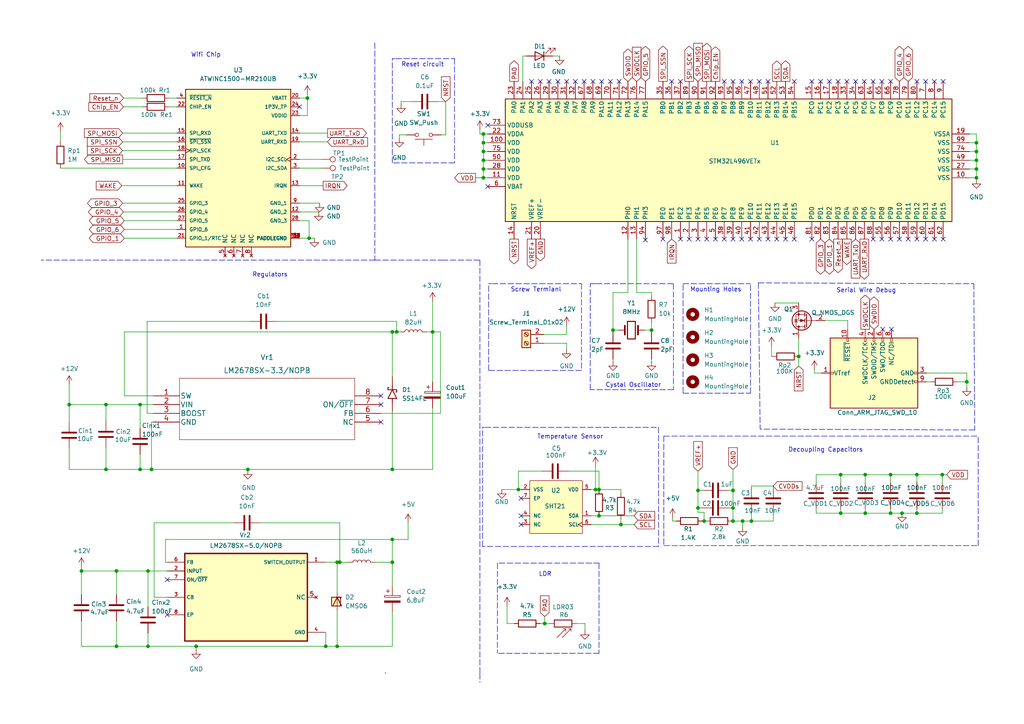
<source format=kicad_sch>
(kicad_sch (version 20211123) (generator eeschema)
  (paper "A4")
  (title_block (title "Task 2 Schematic") (date "22-08-2022") (company "Lo Hon Tang"))
  (lib_symbols
    (symbol "2022-08-23_20-04-07:LM2678SX-3.3{slash}NOPB" (pin_names (offset 0.254))
      (property "Reference" "U" (at 33.02 10.16 0))
      (property "Value" "LM2678SX-3.3{slash}NOPB" (at 33.02 7.62 0))
      (symbol "LM2678SX-3.3{slash}NOPB_1_1"
        (pin output line (at 0 0 0) (length 7.62) (name "SW") (number "1"))
        (pin input line (at 0 -2.54 0) (length 7.62) (name "VIN") (number "2"))
        (pin passive line (at 0 -5.08 0) (length 7.62) (name "BOOST") (number "3"))
        (pin passive line (at 0 -7.62 0) (length 7.62) (name "GND") (number "4"))
        (pin passive line (at 66.04 -7.62 180) (length 7.62) (name "NC") (number "5"))
        (pin passive line (at 66.04 -5.08 180) (length 7.62) (name "FB") (number "6"))
        (pin passive line (at 66.04 -2.54 180) (length 7.62) (name "ON/~{OFF}") (number "7"))
        (pin unspecified line (at 66.04 0 180) (length 7.62) (name "~") (number "8"))
      )
    )
    (symbol "ATWINC1500-MR210UB:ATWINC1500-MR210UB" (pin_names (offset 1.016))
      (property "Reference" "U3" (at 0 28.448 0))
      (property "Value" "ATWINC1500-MR210UB" (at 0 25.908 0))
      (symbol "ATWINC1500-MR210UB_0_0"
        (pin bidirectional line (at -17.78 -17.78 0) (length 2.54) (name "GPIO_6") (number "1"))
        (pin input line (at -17.78 0 0) (length 2.54) (name "SPI_CFG") (number "10"))
        (pin input line (at -17.78 -5.08 0) (length 2.54) (name "WAKE") (number "11"))
        (pin power_in line (at 17.78 -12.7 180) (length 2.54) (name "GND_2") (number "12"))
        (pin output line (at 17.78 -5.08 180) (length 2.54) (name "IRQN") (number "13"))
        (pin output line (at 17.78 10.16 180) (length 2.54) (name "UART_TXD") (number "14"))
        (pin input line (at -17.78 10.16 0) (length 2.54) (name "SPI_RXD") (number "15"))
        (pin input line (at -17.78 7.62 0) (length 2.54) (name "~{SPI_SSN}") (number "16"))
        (pin output line (at -17.78 2.54 0) (length 2.54) (name "SPI_TXD") (number "17"))
        (pin input clock (at -17.78 5.08 0) (length 2.54) (name "SPI_SCK") (number "18"))
        (pin input line (at 17.78 7.62 180) (length 2.54) (name "UART_RXD") (number "19"))
        (pin bidirectional clock (at 17.78 2.54 180) (length 2.54) (name "I2C_SCL") (number "2"))
        (pin power_in line (at 17.78 20.32 180) (length 2.54) (name "VBATT") (number "20"))
        (pin input line (at -17.78 -20.32 0) (length 2.54) (name "GPIO_1/RTC") (number "21"))
        (pin input line (at -17.78 17.78 0) (length 2.54) (name "CHIP_EN") (number "22"))
        (pin power_in line (at 17.78 15.24 180) (length 2.54) (name "VDDIO") (number "23"))
        (pin power_in line (at 17.78 17.78 180) (length 2.54) (name "1P3V_TP") (number "24"))
        (pin bidirectional line (at -17.78 -10.16 0) (length 2.54) (name "GPIO_3") (number "25"))
        (pin bidirectional line (at -17.78 -12.7 0) (length 2.54) (name "GPIO_4") (number "26"))
        (pin bidirectional line (at -17.78 -15.24 0) (length 2.54) (name "GPIO_5") (number "27"))
        (pin power_in line (at 17.78 -15.24 180) (length 2.54) (name "GND_3") (number "28"))
        (pin power_in line (at 17.78 -20.32 180) (length 2.54) (name "PADDLEGND") (number "29"))
        (pin bidirectional line (at 17.78 0 180) (length 2.54) (name "I2C_SDA") (number "3"))
        (pin input line (at -17.78 20.32 0) (length 2.54) (name "~{RESET_N}") (number "4"))
        (pin power_in line (at 17.78 -10.16 180) (length 2.54) (name "GND_1") (number "9"))
        (pin power_in line (at 17.78 -20.32 180) (length 2.54) (name "PADDLEGND") (number "P$1"))
        (pin power_in line (at 17.78 -20.32 180) (length 2.54) (name "PADDLEGND") (number "P$2"))
        (pin power_in line (at 17.78 -20.32 180) (length 2.54) (name "PADDLEGND") (number "P$3"))
        (pin power_in line (at 17.78 -20.32 180) (length 2.54) (name "PADDLEGND") (number "P$4"))
        (pin power_in line (at 17.78 -20.32 180) (length 2.54) (name "PADDLEGND") (number "P$5"))
        (pin power_in line (at 17.78 -20.32 180) (length 2.54) (name "PADDLEGND") (number "P$6"))
        (pin power_in line (at 17.78 -20.32 180) (length 2.54) (name "PADDLEGND") (number "P$7"))
        (pin power_in line (at 17.78 -20.32 180) (length 2.54) (name "PADDLEGND") (number "P$8"))
        (pin power_in line (at 17.78 -20.32 180) (length 2.54) (name "PADDLEGND") (number "P$9"))
      )
      (symbol "ATWINC1500-MR210UB_1_1"
        (pin no_connect line (at -3.81 -25.4 90) (length 2.54) (name "NC") (number "5"))
        (pin no_connect line (at -1.27 -25.4 90) (length 2.54) (name "NC") (number "6"))
        (pin no_connect line (at 1.27 -25.4 90) (length 2.54) (name "NC") (number "7"))
        (pin no_connect line (at 3.81 -25.4 90) (length 2.54) (name "NC") (number "8"))
      )
    )
    (symbol "CMS06:CMS06" (pin_numbers hide) (pin_names (offset 1.016) hide)
      (property "Reference" "U" (at -2.54 2.54 0))
      (property "Value" "CMS06" (at -2.54 -3.81 0))
      (symbol "CMS06_0_0"
        (pin passive line (at -2.54 0 0) (length 2.54) (name "~") (number "A"))
        (pin passive line (at 2.54 0 180) (length 2.54) (name "~") (number "C"))
      )
    )
    (symbol "Connector:Conn_ARM_JTAG_SWD_10" (pin_names (offset 1.016))
      (property "Reference" "J" (at -2.54 16.51 0))
      (property "Value" "Conn_ARM_JTAG_SWD_10" (at -2.54 13.97 0))
      (symbol "Conn_ARM_JTAG_SWD_10_1_1"
        (pin power_in line (at 0 15.24 270) (length 2.54) (name "VTref") (number "1"))
        (pin open_collector line (at 12.7 7.62 180) (length 2.54) (name "~{RESET}") (number "10"))
        (pin bidirectional line (at 12.7 0 180) (length 2.54) (name "SWDIO/TMS") (number "2"))
        (pin power_in line (at 0 -15.24 90) (length 2.54) (name "GND") (number "3"))
        (pin output line (at 12.7 2.54 180) (length 2.54) (name "SWDCLK/TCK") (number "4"))
        (pin passive line (at 0 -15.24 90) (length 2.54) hide (name "GND") (number "5"))
        (pin input line (at 12.7 -2.54 180) (length 2.54) (name "SWO/TDO") (number "6"))
        (pin no_connect line (at -10.16 0 0) (length 2.54) hide (name "KEY") (number "7"))
        (pin output line (at 12.7 -5.08 180) (length 2.54) (name "NC/TDI") (number "8"))
        (pin passive line (at -2.54 -15.24 90) (length 2.54) (name "GNDDetect") (number "9"))
      )
    )
    (symbol "Connector:Screw_Terminal_01x02" (pin_names (offset 1.016) hide)
      (property "Reference" "J" (at 0 2.54 0))
      (property "Value" "Screw_Terminal_01x02" (at 0 -5.08 0))
      (symbol "Screw_Terminal_01x02_1_1"
        (pin passive line (at -5.08 0 0) (length 3.81) (name "Pin_1") (number "1"))
        (pin passive line (at -5.08 -2.54 0) (length 3.81) (name "Pin_2") (number "2"))
      )
    )
    (symbol "Connector:TestPoint" (pin_numbers hide) (pin_names (offset 0.762) hide)
      (property "Reference" "TP" (at 0 6.858 0))
      (property "Value" "TestPoint" (at 0 5.08 0))
      (symbol "TestPoint_1_1"
        (pin passive line (at 0 0 90) (length 2.54) (name "1") (number "1"))
      )
    )
    (symbol "Device:C" (pin_numbers hide) (pin_names (offset 0.254))
      (property "Reference" "C" (at 0.635 2.54 0))
      (property "Value" "C" (at 0.635 -2.54 0))
      (symbol "C_1_1"
        (pin passive line (at 0 3.81 270) (length 2.794) (name "~") (number "1"))
        (pin passive line (at 0 -3.81 90) (length 2.794) (name "~") (number "2"))
      )
    )
    (symbol "Device:C_Polarized" (pin_numbers hide) (pin_names (offset 0.254))
      (property "Reference" "C" (at 0.635 2.54 0))
      (property "Value" "C_Polarized" (at 0.635 -2.54 0))
      (symbol "C_Polarized_1_1"
        (pin passive line (at 0 3.81 270) (length 2.794) (name "~") (number "1"))
        (pin passive line (at 0 -3.81 90) (length 2.794) (name "~") (number "2"))
      )
    )
    (symbol "Device:Crystal" (pin_numbers hide) (pin_names (offset 1.016) hide)
      (property "Reference" "Y" (at 0 3.81 0))
      (property "Value" "Crystal" (at 0 -3.81 0))
      (symbol "Crystal_1_1"
        (pin passive line (at -3.81 0 0) (length 1.27) (name "1") (number "1"))
        (pin passive line (at 3.81 0 180) (length 1.27) (name "2") (number "2"))
      )
    )
    (symbol "Device:L" (pin_numbers hide) (pin_names (offset 1.016) hide)
      (property "Reference" "L" (at -1.27 0 90))
      (property "Value" "L" (at 1.905 0 90))
      (symbol "L_1_1"
        (pin passive line (at 0 3.81 270) (length 1.27) (name "1") (number "1"))
        (pin passive line (at 0 -3.81 90) (length 1.27) (name "2") (number "2"))
      )
    )
    (symbol "Device:LED" (pin_numbers hide) (pin_names (offset 1.016) hide)
      (property "Reference" "D" (at 0 2.54 0))
      (property "Value" "LED" (at 0 -2.54 0))
      (symbol "LED_1_1"
        (pin passive line (at -3.81 0 0) (length 2.54) (name "K") (number "1"))
        (pin passive line (at 3.81 0 180) (length 2.54) (name "A") (number "2"))
      )
    )
    (symbol "Device:Q_NMOS_DGS" (pin_names (offset 0) hide)
      (property "Reference" "Q" (at 5.08 1.27 0))
      (property "Value" "Q_NMOS_DGS" (at 5.08 -1.27 0))
      (symbol "Q_NMOS_DGS_1_1"
        (pin passive line (at 2.54 5.08 270) (length 2.54) (name "D") (number "1"))
        (pin input line (at -5.08 0 0) (length 2.54) (name "G") (number "2"))
        (pin passive line (at 2.54 -5.08 90) (length 2.54) (name "S") (number "3"))
      )
    )
    (symbol "Device:R" (pin_numbers hide) (pin_names (offset 0))
      (property "Reference" "R" (at 2.032 0 90))
      (property "Value" "R" (at 0 0 90))
      (symbol "R_1_1"
        (pin passive line (at 0 3.81 270) (length 1.27) (name "~") (number "1"))
        (pin passive line (at 0 -3.81 90) (length 1.27) (name "~") (number "2"))
      )
    )
    (symbol "LHT21:LM2678SX-5.0{slash}NOPB"
      (property "Reference" "U" (at 15.24 3.81 0))
      (property "Value" "LM2678SX-5.0{slash}NOPB" (at 0 5.08 0))
      (symbol "LM2678SX-5.0{slash}NOPB_0_0"
        (pin output line (at 21.59 -1.27 180) (length 5.08) (name "SWITCH_OUTPUT") (number "1"))
        (pin input line (at -24.13 -3.81 0) (length 5.08) (name "INPUT") (number "2"))
        (pin bidirectional line (at -24.13 -11.43 0) (length 5.08) (name "CB") (number "3"))
        (pin power_in line (at 21.59 -21.59 180) (length 5.08) (name "GND") (number "4"))
        (pin input line (at -24.13 -1.27 0) (length 5.08) (name "FB") (number "6"))
        (pin input line (at -24.13 -6.35 0) (length 5.08) (name "ON/~{OFF}") (number "7"))
        (pin bidirectional line (at -24.13 -16.51 0) (length 5.08) (name "EP") (number "8"))
      )
      (symbol "LM2678SX-5.0{slash}NOPB_1_1"
        (pin no_connect line (at 19.05 -11.43 180) (length 2.54) (name "NC") (number "5"))
      )
    )
    (symbol "MCU_ST_STM32L4:STM32L496VETx"
      (property "Reference" "U" (at -17.78 64.77 0))
      (property "Value" "STM32L496VETx" (at 12.7 64.77 0))
      (symbol "STM32L496VETx_1_1"
        (pin bidirectional line (at -22.86 12.7 0) (length 5.08) (name "PE2") (number "1"))
        (pin power_in line (at -5.08 -71.12 90) (length 5.08) (name "VSS") (number "10"))
        (pin power_in line (at 5.08 68.58 270) (length 5.08) (name "VDD") (number "100"))
        (pin power_in line (at -5.08 68.58 270) (length 5.08) (name "VDD") (number "11"))
        (pin input line (at -22.86 27.94 0) (length 5.08) (name "PH0") (number "12"))
        (pin input line (at -22.86 25.4 0) (length 5.08) (name "PH1") (number "13"))
        (pin input line (at -22.86 60.96 0) (length 5.08) (name "NRST") (number "14"))
        (pin bidirectional line (at 22.86 -25.4 180) (length 5.08) (name "PC0") (number "15"))
        (pin bidirectional line (at 22.86 -27.94 180) (length 5.08) (name "PC1") (number "16"))
        (pin bidirectional line (at 22.86 -30.48 180) (length 5.08) (name "PC2") (number "17"))
        (pin bidirectional line (at 22.86 -33.02 180) (length 5.08) (name "PC3") (number "18"))
        (pin power_in line (at 7.62 -71.12 90) (length 5.08) (name "VSSA") (number "19"))
        (pin bidirectional line (at -22.86 10.16 0) (length 5.08) (name "PE3") (number "2"))
        (pin power_in line (at -22.86 53.34 0) (length 5.08) (name "VREF-") (number "20"))
        (pin bidirectional line (at -22.86 55.88 0) (length 5.08) (name "VREF+") (number "21"))
        (pin power_in line (at 7.62 68.58 270) (length 5.08) (name "VDDA") (number "22"))
        (pin bidirectional line (at 22.86 60.96 180) (length 5.08) (name "PA0") (number "23"))
        (pin bidirectional line (at 22.86 58.42 180) (length 5.08) (name "PA1") (number "24"))
        (pin bidirectional line (at 22.86 55.88 180) (length 5.08) (name "PA2") (number "25"))
        (pin bidirectional line (at 22.86 53.34 180) (length 5.08) (name "PA3") (number "26"))
        (pin power_in line (at -2.54 -71.12 90) (length 5.08) (name "VSS") (number "27"))
        (pin power_in line (at -2.54 68.58 270) (length 5.08) (name "VDD") (number "28"))
        (pin bidirectional line (at 22.86 50.8 180) (length 5.08) (name "PA4") (number "29"))
        (pin bidirectional line (at -22.86 7.62 0) (length 5.08) (name "PE4") (number "3"))
        (pin bidirectional line (at 22.86 48.26 180) (length 5.08) (name "PA5") (number "30"))
        (pin bidirectional line (at 22.86 45.72 180) (length 5.08) (name "PA6") (number "31"))
        (pin bidirectional line (at 22.86 43.18 180) (length 5.08) (name "PA7") (number "32"))
        (pin bidirectional line (at 22.86 -35.56 180) (length 5.08) (name "PC4") (number "33"))
        (pin bidirectional line (at 22.86 -38.1 180) (length 5.08) (name "PC5") (number "34"))
        (pin bidirectional line (at 22.86 17.78 180) (length 5.08) (name "PB0") (number "35"))
        (pin bidirectional line (at 22.86 15.24 180) (length 5.08) (name "PB1") (number "36"))
        (pin bidirectional line (at 22.86 12.7 180) (length 5.08) (name "PB2") (number "37"))
        (pin bidirectional line (at -22.86 0 0) (length 5.08) (name "PE7") (number "38"))
        (pin bidirectional line (at -22.86 -2.54 0) (length 5.08) (name "PE8") (number "39"))
        (pin bidirectional line (at -22.86 5.08 0) (length 5.08) (name "PE5") (number "4"))
        (pin bidirectional line (at -22.86 -5.08 0) (length 5.08) (name "PE9") (number "40"))
        (pin bidirectional line (at -22.86 -7.62 0) (length 5.08) (name "PE10") (number "41"))
        (pin bidirectional line (at -22.86 -10.16 0) (length 5.08) (name "PE11") (number "42"))
        (pin bidirectional line (at -22.86 -12.7 0) (length 5.08) (name "PE12") (number "43"))
        (pin bidirectional line (at -22.86 -15.24 0) (length 5.08) (name "PE13") (number "44"))
        (pin bidirectional line (at -22.86 -17.78 0) (length 5.08) (name "PE14") (number "45"))
        (pin bidirectional line (at -22.86 -20.32 0) (length 5.08) (name "PE15") (number "46"))
        (pin bidirectional line (at 22.86 -7.62 180) (length 5.08) (name "PB10") (number "47"))
        (pin bidirectional line (at 22.86 -10.16 180) (length 5.08) (name "PB11") (number "48"))
        (pin power_in line (at 0 -71.12 90) (length 5.08) (name "VSS") (number "49"))
        (pin bidirectional line (at -22.86 2.54 0) (length 5.08) (name "PE6") (number "5"))
        (pin power_in line (at 0 68.58 270) (length 5.08) (name "VDD") (number "50"))
        (pin bidirectional line (at 22.86 -12.7 180) (length 5.08) (name "PB12") (number "51"))
        (pin bidirectional line (at 22.86 -15.24 180) (length 5.08) (name "PB13") (number "52"))
        (pin bidirectional line (at 22.86 -17.78 180) (length 5.08) (name "PB14") (number "53"))
        (pin bidirectional line (at 22.86 -20.32 180) (length 5.08) (name "PB15") (number "54"))
        (pin bidirectional line (at -22.86 -45.72 0) (length 5.08) (name "PD8") (number "55"))
        (pin bidirectional line (at -22.86 -48.26 0) (length 5.08) (name "PD9") (number "56"))
        (pin bidirectional line (at -22.86 -50.8 0) (length 5.08) (name "PD10") (number "57"))
        (pin bidirectional line (at -22.86 -53.34 0) (length 5.08) (name "PD11") (number "58"))
        (pin bidirectional line (at -22.86 -55.88 0) (length 5.08) (name "PD12") (number "59"))
        (pin power_in line (at -7.62 68.58 270) (length 5.08) (name "VBAT") (number "6"))
        (pin bidirectional line (at -22.86 -58.42 0) (length 5.08) (name "PD13") (number "60"))
        (pin bidirectional line (at -22.86 -60.96 0) (length 5.08) (name "PD14") (number "61"))
        (pin bidirectional line (at -22.86 -63.5 0) (length 5.08) (name "PD15") (number "62"))
        (pin bidirectional line (at 22.86 -40.64 180) (length 5.08) (name "PC6") (number "63"))
        (pin bidirectional line (at 22.86 -43.18 180) (length 5.08) (name "PC7") (number "64"))
        (pin bidirectional line (at 22.86 -45.72 180) (length 5.08) (name "PC8") (number "65"))
        (pin bidirectional line (at 22.86 -48.26 180) (length 5.08) (name "PC9") (number "66"))
        (pin bidirectional line (at 22.86 40.64 180) (length 5.08) (name "PA8") (number "67"))
        (pin bidirectional line (at 22.86 38.1 180) (length 5.08) (name "PA9") (number "68"))
        (pin bidirectional line (at 22.86 35.56 180) (length 5.08) (name "PA10") (number "69"))
        (pin bidirectional line (at 22.86 -58.42 180) (length 5.08) (name "PC13") (number "7"))
        (pin bidirectional line (at 22.86 33.02 180) (length 5.08) (name "PA11") (number "70"))
        (pin bidirectional line (at 22.86 30.48 180) (length 5.08) (name "PA12") (number "71"))
        (pin bidirectional line (at 22.86 27.94 180) (length 5.08) (name "PA13") (number "72"))
        (pin power_in line (at 10.16 68.58 270) (length 5.08) (name "VDDUSB") (number "73"))
        (pin power_in line (at 2.54 -71.12 90) (length 5.08) (name "VSS") (number "74"))
        (pin power_in line (at 2.54 68.58 270) (length 5.08) (name "VDD") (number "75"))
        (pin bidirectional line (at 22.86 25.4 180) (length 5.08) (name "PA14") (number "76"))
        (pin bidirectional line (at 22.86 22.86 180) (length 5.08) (name "PA15") (number "77"))
        (pin bidirectional line (at 22.86 -50.8 180) (length 5.08) (name "PC10") (number "78"))
        (pin bidirectional line (at 22.86 -53.34 180) (length 5.08) (name "PC11") (number "79"))
        (pin bidirectional line (at 22.86 -60.96 180) (length 5.08) (name "PC14") (number "8"))
        (pin bidirectional line (at 22.86 -55.88 180) (length 5.08) (name "PC12") (number "80"))
        (pin bidirectional line (at -22.86 -25.4 0) (length 5.08) (name "PD0") (number "81"))
        (pin bidirectional line (at -22.86 -27.94 0) (length 5.08) (name "PD1") (number "82"))
        (pin bidirectional line (at -22.86 -30.48 0) (length 5.08) (name "PD2") (number "83"))
        (pin bidirectional line (at -22.86 -33.02 0) (length 5.08) (name "PD3") (number "84"))
        (pin bidirectional line (at -22.86 -35.56 0) (length 5.08) (name "PD4") (number "85"))
        (pin bidirectional line (at -22.86 -38.1 0) (length 5.08) (name "PD5") (number "86"))
        (pin bidirectional line (at -22.86 -40.64 0) (length 5.08) (name "PD6") (number "87"))
        (pin bidirectional line (at -22.86 -43.18 0) (length 5.08) (name "PD7") (number "88"))
        (pin bidirectional line (at 22.86 10.16 180) (length 5.08) (name "PB3") (number "89"))
        (pin bidirectional line (at 22.86 -63.5 180) (length 5.08) (name "PC15") (number "9"))
        (pin bidirectional line (at 22.86 7.62 180) (length 5.08) (name "PB4") (number "90"))
        (pin bidirectional line (at 22.86 5.08 180) (length 5.08) (name "PB5") (number "91"))
        (pin bidirectional line (at 22.86 2.54 180) (length 5.08) (name "PB6") (number "92"))
        (pin bidirectional line (at 22.86 0 180) (length 5.08) (name "PB7") (number "93"))
        (pin bidirectional line (at -22.86 22.86 0) (length 5.08) (name "PH3") (number "94"))
        (pin bidirectional line (at 22.86 -2.54 180) (length 5.08) (name "PB8") (number "95"))
        (pin bidirectional line (at 22.86 -5.08 180) (length 5.08) (name "PB9") (number "96"))
        (pin bidirectional line (at -22.86 17.78 0) (length 5.08) (name "PE0") (number "97"))
        (pin bidirectional line (at -22.86 15.24 0) (length 5.08) (name "PE1") (number "98"))
        (pin power_in line (at 5.08 -71.12 90) (length 5.08) (name "VSS") (number "99"))
      )
    )
    (symbol "Mechanical:MountingHole" (pin_names (offset 1.016))
      (property "Reference" "H" (at 0 5.08 0))
      (property "Value" "MountingHole" (at 0 3.175 0))
    )
    (symbol "SS14FL:SS14FL" (pin_numbers hide) (pin_names (offset 1.016) hide)
      (property "Reference" "D" (at -5.08 2.54 0))
      (property "Value" "SS14FL" (at -5.08 -3.81 0))
      (symbol "SS14FL_0_0"
        (pin passive line (at -5.08 0 0) (length 2.54) (name "~") (number "A"))
        (pin passive line (at 5.08 0 180) (length 2.54) (name "~") (number "C"))
      )
    )
    (symbol "Sensor_Optical:LDR03" (pin_numbers hide) (pin_names (offset 0))
      (property "Reference" "R" (at -5.08 0 90))
      (property "Value" "LDR03" (at 1.905 0 90))
      (symbol "LDR03_1_1"
        (pin passive line (at 0 3.81 270) (length 1.27) (name "~") (number "1"))
        (pin passive line (at 0 -3.81 90) (length 1.27) (name "~") (number "2"))
      )
    )
    (symbol "Switch:SW_Push" (pin_numbers hide) (pin_names (offset 1.016) hide)
      (property "Reference" "SW" (at 1.27 2.54 0))
      (property "Value" "SW_Push" (at 0 -1.524 0))
      (symbol "SW_Push_0_1"
        (pin passive line (at -5.08 0 0) (length 2.54) (name "1") (number "1"))
        (pin passive line (at 5.08 0 180) (length 2.54) (name "2") (number "2"))
      )
    )
    (symbol "eec:SHT21" (pin_names (offset 1.016))
      (property "Reference" "U" (at 0 5.08 0))
      (property "Value" "SHT21" (at 0 7.62 0))
      (symbol "SHT21_1_1"
        (pin bidirectional line (at 2.54 -2.54 0) (length 2.54) (name "SDA") (number "1"))
        (pin power_in line (at 22.86 -10.16 180) (length 2.54) (name "VSS") (number "2"))
        (pin passive line (at 22.86 0 180) (length 2.54) (name "NC") (number "3"))
        (pin passive line (at 22.86 -2.54 180) (length 2.54) (name "NC") (number "4"))
        (pin power_in line (at 2.54 -10.16 0) (length 2.54) (name "VDD") (number "5"))
        (pin bidirectional clock (at 2.54 0 0) (length 2.54) (name "SCL") (number "6"))
        (pin power_in line (at 22.86 -7.62 180) (length 2.54) (name "EP") (number "7"))
      )
    )
    (symbol "power:+12V" (power) (pin_names (offset 0))
      (property "Value" "+12V" (at 0 3.556 0))
      (symbol "+12V_1_1"
        (pin power_in line (at 0 0 90) (length 0) hide (name "+12V") (number "1"))
      )
    )
    (symbol "power:+3.3V" (power) (pin_names (offset 0))
      (property "Value" "+3.3V" (at 0 3.556 0))
      (symbol "+3.3V_1_1"
        (pin power_in line (at 0 0 90) (length 0) hide (name "+3.3V") (number "1"))
      )
    )
    (symbol "power:+5V" (power) (pin_names (offset 0))
      (property "Value" "+5V" (at 0 3.556 0))
      (symbol "+5V_1_1"
        (pin power_in line (at 0 0 90) (length 0) hide (name "+5V") (number "1"))
      )
    )
    (symbol "power:GND" (power) (pin_names (offset 0))
      (property "Value" "GND" (at 0 -3.81 0))
      (symbol "GND_1_1"
        (pin power_in line (at 0 0 270) (length 0) hide (name "GND") (number "1"))
      )
    )
  )
  (junction (at 250.952 137.668))
  (junction (at 40.64 136.144))
  (junction (at 30.734 117.348))
  (junction (at 140.208 43.942))
  (junction (at 140.208 49.022))
  (junction (at 173.736 141.986))
  (junction (at 113.792 163.068))
  (junction (at 177.8 95.758))
  (junction (at 113.792 156.464))
  (junction (at 212.598 147.32))
  (junction (at 71.882 136.144))
  (junction (at 215.392 151.13))
  (junction (at 140.208 38.862))
  (junction (at 202.438 142.24))
  (junction (at 42.926 165.608))
  (junction (at 94.488 187.452))
  (junction (at 283.21 46.482))
  (junction (at 173.736 149.606))
  (junction (at 140.208 46.482))
  (junction (at 283.21 43.942))
  (junction (at 40.64 117.348))
  (junction (at 113.792 136.144))
  (junction (at 30.734 136.144))
  (junction (at 42.926 187.452))
  (junction (at 283.21 49.022))
  (junction (at 150.368 141.986))
  (junction (at 231.648 103.378))
  (junction (at 140.208 41.402))
  (junction (at 280.416 110.744))
  (junction (at 89.662 69.088))
  (junction (at 115.062 96.266))
  (junction (at 250.952 148.844))
  (junction (at 157.988 180.848))
  (junction (at 283.21 51.562))
  (junction (at 56.896 187.452))
  (junction (at 258.318 137.668))
  (junction (at 172.72 141.986))
  (junction (at 258.318 148.844))
  (junction (at 20.066 117.348))
  (junction (at 243.84 148.844))
  (junction (at 23.622 165.608))
  (junction (at 140.208 51.562))
  (junction (at 98.552 163.068))
  (junction (at 273.304 137.668))
  (junction (at 125.476 96.266))
  (junction (at 97.79 187.452))
  (junction (at 188.976 95.758))
  (junction (at 217.932 151.13))
  (junction (at 212.598 142.24))
  (junction (at 33.782 165.608))
  (junction (at 261.62 148.844))
  (junction (at 89.154 28.448))
  (junction (at 202.438 147.32))
  (junction (at 113.792 96.266))
  (junction (at 212.598 151.13))
  (junction (at 204.216 151.13))
  (junction (at 283.21 41.402))
  (junction (at 97.79 163.068))
  (junction (at 265.938 148.844))
  (junction (at 180.086 152.146))
  (junction (at 33.782 187.452))
  (junction (at 43.942 136.144))
  (junction (at 243.84 137.668))
  (junction (at 265.938 137.668))
  (no_connect (at 255.778 69.342))
  (no_connect (at 258.318 69.342))
  (no_connect (at 265.938 69.342))
  (no_connect (at 260.858 69.342))
  (no_connect (at 263.398 69.342))
  (no_connect (at 258.572 95.504))
  (no_connect (at 210.058 23.622))
  (no_connect (at 151.13 144.526))
  (no_connect (at 265.938 23.622))
  (no_connect (at 268.478 69.342))
  (no_connect (at 271.018 69.342))
  (no_connect (at 273.558 69.342))
  (no_connect (at 271.018 23.622))
  (no_connect (at 273.558 23.622))
  (no_connect (at 268.478 23.622))
  (no_connect (at 151.13 152.146))
  (no_connect (at 220.218 23.622))
  (no_connect (at 48.514 178.308))
  (no_connect (at 141.478 36.322))
  (no_connect (at 192.278 69.342))
  (no_connect (at 197.358 69.342))
  (no_connect (at 199.898 69.342))
  (no_connect (at 210.058 69.342))
  (no_connect (at 202.438 69.342))
  (no_connect (at 204.978 69.342))
  (no_connect (at 207.518 69.342))
  (no_connect (at 174.498 23.622))
  (no_connect (at 171.958 23.622))
  (no_connect (at 177.038 23.622))
  (no_connect (at 169.418 23.622))
  (no_connect (at 159.258 23.622))
  (no_connect (at 156.718 23.622))
  (no_connect (at 161.798 23.622))
  (no_connect (at 164.338 23.622))
  (no_connect (at 166.878 23.622))
  (no_connect (at 141.478 54.102))
  (no_connect (at 154.178 23.622))
  (no_connect (at 215.138 69.342))
  (no_connect (at 212.598 69.342))
  (no_connect (at 220.218 69.342))
  (no_connect (at 217.678 69.342))
  (no_connect (at 225.298 69.342))
  (no_connect (at 222.758 69.342))
  (no_connect (at 227.838 69.342))
  (no_connect (at 230.378 69.342))
  (no_connect (at 235.458 69.342))
  (no_connect (at 217.678 23.622))
  (no_connect (at 253.238 69.342))
  (no_connect (at 179.578 23.622))
  (no_connect (at 212.598 23.622))
  (no_connect (at 187.198 69.596))
  (no_connect (at 256.032 95.504))
  (no_connect (at 255.778 23.622))
  (no_connect (at 250.698 23.622))
  (no_connect (at 245.618 23.622))
  (no_connect (at 253.238 23.622))
  (no_connect (at 248.158 23.622))
  (no_connect (at 230.378 23.622))
  (no_connect (at 235.458 23.622))
  (no_connect (at 240.538 23.622))
  (no_connect (at 243.078 23.622))
  (no_connect (at 237.998 23.622))
  (no_connect (at 258.318 23.622))
  (no_connect (at 215.138 23.622))
  (no_connect (at 197.358 23.622))
  (no_connect (at 151.13 149.606))
  (no_connect (at 86.868 30.988))
  (no_connect (at 222.758 23.622))
  (no_connect (at 194.818 23.622))
  (no_connect (at 48.514 168.148))
  (no_connect (at 110.49 117.348))
  (no_connect (at 110.49 114.808))
  (no_connect (at 110.49 122.428))
  (wire (pts (xy 224.282 141.478) (xy 224.282 140.97)))
  (polyline (pts (xy 191.008 158.496) (xy 139.954 158.496)))
  (polyline (pts (xy 140.716 123.952) (xy 191.008 123.952)))
  (wire (pts (xy 125.476 96.266) (xy 127.762 96.266)))
  (wire (pts (xy 188.976 95.758) (xy 188.976 96.52)))
  (wire (pts (xy 42.926 165.608) (xy 48.514 165.608)))
  (wire (pts (xy 157.988 178.816) (xy 157.988 180.848)))
  (wire (pts (xy 48.514 173.228) (xy 44.704 173.228)))
  (wire (pts (xy 212.598 142.24) (xy 212.598 147.32)))
  (wire (pts (xy 117.856 39.116) (xy 115.824 39.116)))
  (wire (pts (xy 188.976 85.852) (xy 188.976 84.836)))
  (polyline (pts (xy 192.532 158.242) (xy 283.718 158.242)))
  (wire (pts (xy 243.84 139.954) (xy 243.84 137.668)))
  (wire (pts (xy 177.8 95.758) (xy 177.8 96.52)))
  (wire (pts (xy 80.264 93.218) (xy 115.062 93.218)))
  (wire (pts (xy 243.84 148.844) (xy 250.952 148.844)))
  (polyline (pts (xy 192.532 126.492) (xy 192.532 158.242)))
  (wire (pts (xy 283.21 38.862) (xy 283.21 41.402)))
  (wire (pts (xy 258.318 137.668) (xy 265.938 137.668)))
  (wire (pts (xy 243.84 147.574) (xy 243.84 148.844)))
  (polyline (pts (xy 141.732 107.442) (xy 141.732 82.296)))
  (wire (pts (xy 236.728 148.844) (xy 243.84 148.844)))
  (wire (pts (xy 86.868 58.928) (xy 92.71 58.928)))
  (wire (pts (xy 42.672 93.218) (xy 42.672 119.888)))
  (wire (pts (xy 202.438 147.32) (xy 202.438 148.59)))
  (wire (pts (xy 125.476 96.266) (xy 125.476 110.744)))
  (polyline (pts (xy 113.792 17.018) (xy 114.554 17.018)))
  (wire (pts (xy 43.942 122.428) (xy 44.45 122.428)))
  (wire (pts (xy 89.154 28.448) (xy 86.868 28.448)))
  (wire (pts (xy 203.708 151.13) (xy 204.216 151.13)))
  (wire (pts (xy 281.178 43.942) (xy 283.21 43.942)))
  (wire (pts (xy 258.318 148.844) (xy 261.62 148.844)))
  (wire (pts (xy 89.154 27.432) (xy 89.154 28.448)))
  (wire (pts (xy 283.21 41.402) (xy 283.21 43.942)))
  (wire (pts (xy 281.178 41.402) (xy 283.21 41.402)))
  (wire (pts (xy 157.988 180.848) (xy 159.512 180.848)))
  (wire (pts (xy 141.478 41.402) (xy 140.208 41.402)))
  (wire (pts (xy 177.8 84.836) (xy 177.8 95.758)))
  (wire (pts (xy 204.216 151.13) (xy 204.724 151.13)))
  (wire (pts (xy 33.782 180.086) (xy 33.782 187.452)))
  (wire (pts (xy 182.118 69.342) (xy 182.118 84.836)))
  (polyline (pts (xy 282.702 124.714) (xy 220.472 124.46)))
  (wire (pts (xy 40.64 131.826) (xy 40.64 136.144)))
  (wire (pts (xy 72.644 93.218) (xy 42.672 93.218)))
  (wire (pts (xy 125.476 87.376) (xy 125.476 96.266)))
  (polyline (pts (xy 142.748 82.296) (xy 168.656 82.296)))
  (wire (pts (xy 113.792 177.546) (xy 113.792 187.452)))
  (wire (pts (xy 94.996 38.608) (xy 86.868 38.608)))
  (wire (pts (xy 280.416 108.204) (xy 280.416 110.744)))
  (wire (pts (xy 169.672 180.848) (xy 169.672 182.88)))
  (polyline (pts (xy 108.712 12.446) (xy 108.712 75.438)))
  (wire (pts (xy 94.996 41.148) (xy 86.868 41.148)))
  (wire (pts (xy 177.8 84.836) (xy 182.118 84.836)))
  (wire (pts (xy 139.192 38.862) (xy 140.208 38.862)))
  (wire (pts (xy 211.328 147.32) (xy 212.598 147.32)))
  (wire (pts (xy 217.932 141.478) (xy 217.932 140.97)))
  (wire (pts (xy 20.066 136.144) (xy 30.734 136.144)))
  (polyline (pts (xy 171.196 113.03) (xy 171.196 82.296)))
  (wire (pts (xy 140.208 43.942) (xy 140.208 46.482)))
  (wire (pts (xy 43.942 136.144) (xy 40.64 136.144)))
  (wire (pts (xy 41.402 28.448) (xy 35.814 28.448)))
  (wire (pts (xy 94.488 187.452) (xy 97.79 187.452)))
  (wire (pts (xy 195.072 151.13) (xy 196.088 151.13)))
  (wire (pts (xy 98.552 163.068) (xy 97.79 163.068)))
  (wire (pts (xy 89.662 64.008) (xy 89.662 69.088)))
  (wire (pts (xy 140.208 51.562) (xy 141.478 51.562)))
  (wire (pts (xy 250.952 137.668) (xy 258.318 137.668)))
  (wire (pts (xy 116.332 29.464) (xy 116.332 30.226)))
  (polyline (pts (xy 113.792 47.244) (xy 113.792 17.018)))
  (wire (pts (xy 35.814 61.468) (xy 51.308 61.468)))
  (polyline (pts (xy 195.326 82.296) (xy 195.326 113.03)))
  (polyline (pts (xy 144.78 163.322) (xy 173.736 163.322)))
  (wire (pts (xy 113.792 156.464) (xy 113.792 163.068)))
  (wire (pts (xy 35.56 41.148) (xy 51.308 41.148)))
  (wire (pts (xy 30.734 129.794) (xy 30.734 136.144)))
  (wire (pts (xy 217.932 151.13) (xy 224.282 151.13)))
  (wire (pts (xy 129.286 29.464) (xy 129.286 39.116)))
  (wire (pts (xy 164.338 97.028) (xy 164.338 94.488)))
  (wire (pts (xy 113.792 156.464) (xy 118.364 156.464)))
  (wire (pts (xy 217.932 140.97) (xy 224.282 140.97)))
  (wire (pts (xy 150.368 136.652) (xy 157.226 136.652)))
  (wire (pts (xy 48.006 156.464) (xy 48.006 163.068)))
  (wire (pts (xy 212.344 151.13) (xy 212.598 151.13)))
  (wire (pts (xy 113.792 136.144) (xy 125.476 136.144)))
  (wire (pts (xy 40.64 117.348) (xy 40.64 124.206)))
  (wire (pts (xy 98.552 163.068) (xy 101.092 163.068)))
  (wire (pts (xy 188.976 84.836) (xy 184.658 84.836)))
  (wire (pts (xy 115.824 39.116) (xy 115.824 40.132)))
  (polyline (pts (xy 217.678 114.046) (xy 217.678 82.296)))
  (polyline (pts (xy 198.12 114.046) (xy 217.678 114.046)))
  (wire (pts (xy 35.814 30.988) (xy 41.402 30.988)))
  (wire (pts (xy 147.066 175.768) (xy 147.066 180.848)))
  (wire (pts (xy 265.938 147.574) (xy 265.938 148.844)))
  (wire (pts (xy 188.976 104.14) (xy 188.976 104.902)))
  (wire (pts (xy 173.736 149.606) (xy 171.45 149.606)))
  (wire (pts (xy 42.926 187.452) (xy 56.896 187.452)))
  (wire (pts (xy 140.208 43.942) (xy 141.478 43.942)))
  (wire (pts (xy 150.368 141.986) (xy 151.13 141.986)))
  (wire (pts (xy 140.208 41.402) (xy 140.208 43.942)))
  (wire (pts (xy 86.868 48.768) (xy 93.218 48.768)))
  (wire (pts (xy 280.416 110.744) (xy 280.416 112.268)))
  (wire (pts (xy 20.066 111.506) (xy 20.066 117.348)))
  (polyline (pts (xy 171.196 82.296) (xy 172.974 82.296)))
  (wire (pts (xy 177.8 95.758) (xy 179.324 95.758)))
  (wire (pts (xy 211.328 142.24) (xy 212.598 142.24)))
  (polyline (pts (xy 168.656 107.442) (xy 141.732 107.442)))
  (wire (pts (xy 283.21 43.942) (xy 283.21 46.482)))
  (polyline (pts (xy 172.974 82.296) (xy 195.326 82.296)))
  (wire (pts (xy 94.234 183.388) (xy 94.488 183.388)))
  (wire (pts (xy 223.774 103.378) (xy 224.028 103.378)))
  (polyline (pts (xy 192.532 126.492) (xy 283.718 126.492)))
  (wire (pts (xy 51.308 53.848) (xy 35.306 53.848)))
  (wire (pts (xy 173.736 141.986) (xy 180.086 141.986)))
  (wire (pts (xy 36.068 96.266) (xy 113.792 96.266)))
  (wire (pts (xy 171.45 141.986) (xy 172.72 141.986)))
  (wire (pts (xy 202.438 136.652) (xy 202.438 142.24)))
  (wire (pts (xy 44.704 151.638) (xy 67.818 151.638)))
  (wire (pts (xy 281.178 46.482) (xy 283.21 46.482)))
  (wire (pts (xy 147.066 180.848) (xy 149.098 180.848)))
  (wire (pts (xy 281.178 38.862) (xy 283.21 38.862)))
  (polyline (pts (xy 139.954 158.496) (xy 139.954 123.952)))
  (polyline (pts (xy 139.192 195.326) (xy 139.192 197.866)))
  (wire (pts (xy 215.392 151.13) (xy 217.932 151.13)))
  (wire (pts (xy 43.942 122.428) (xy 43.942 136.144)))
  (wire (pts (xy 202.438 147.32) (xy 203.708 147.32)))
  (wire (pts (xy 118.364 151.638) (xy 118.364 156.464)))
  (wire (pts (xy 71.882 136.398) (xy 71.882 136.144)))
  (wire (pts (xy 273.304 137.668) (xy 274.574 137.668)))
  (wire (pts (xy 188.976 95.758) (xy 188.976 93.472)))
  (wire (pts (xy 231.648 98.044) (xy 231.648 103.378)))
  (wire (pts (xy 236.728 147.574) (xy 236.728 148.844)))
  (wire (pts (xy 108.712 163.068) (xy 113.792 163.068)))
  (wire (pts (xy 113.792 187.452) (xy 97.79 187.452)))
  (polyline (pts (xy 195.326 113.03) (xy 171.196 113.03)))
  (wire (pts (xy 30.734 136.144) (xy 40.64 136.144)))
  (polyline (pts (xy 139.954 123.952) (xy 140.462 123.952)))
  (wire (pts (xy 164.338 99.568) (xy 164.338 101.346)))
  (wire (pts (xy 265.938 137.668) (xy 273.304 137.668)))
  (wire (pts (xy 97.79 177.038) (xy 97.79 187.452)))
  (polyline (pts (xy 111.76 195.326) (xy 111.76 195.072)))
  (wire (pts (xy 89.154 33.528) (xy 89.154 28.448)))
  (wire (pts (xy 283.21 51.562) (xy 283.21 52.07)))
  (wire (pts (xy 281.178 51.562) (xy 283.21 51.562)))
  (polyline (pts (xy 283.718 158.242) (xy 283.718 126.492)))
  (polyline (pts (xy 108.712 75.438) (xy 11.938 75.438)))
  (polyline (pts (xy 131.826 47.244) (xy 113.792 47.244)))
  (wire (pts (xy 223.774 100.33) (xy 223.774 103.378)))
  (wire (pts (xy 36.068 69.088) (xy 51.308 69.088)))
  (polyline (pts (xy 198.12 82.55) (xy 198.12 114.046)))
  (polyline (pts (xy 219.964 82.042) (xy 282.448 82.296)))
  (wire (pts (xy 113.792 96.266) (xy 115.062 96.266)))
  (wire (pts (xy 97.79 163.068) (xy 94.234 163.068)))
  (wire (pts (xy 156.718 180.848) (xy 157.988 180.848)))
  (wire (pts (xy 172.72 135.128) (xy 172.72 141.986)))
  (wire (pts (xy 243.84 137.668) (xy 250.952 137.668)))
  (wire (pts (xy 33.782 165.608) (xy 33.782 172.466)))
  (wire (pts (xy 217.932 149.098) (xy 217.932 151.13)))
  (wire (pts (xy 56.896 188.468) (xy 56.896 187.452)))
  (wire (pts (xy 127.762 96.266) (xy 127.762 119.888)))
  (wire (pts (xy 150.368 136.652) (xy 150.368 141.986)))
  (wire (pts (xy 71.882 136.144) (xy 113.792 136.144)))
  (polyline (pts (xy 173.736 189.484) (xy 144.272 189.484)))
  (wire (pts (xy 115.062 93.218) (xy 115.062 96.266)))
  (wire (pts (xy 94.488 183.388) (xy 94.488 187.452)))
  (wire (pts (xy 42.672 119.888) (xy 44.45 119.888)))
  (wire (pts (xy 183.896 152.146) (xy 180.086 152.146)))
  (wire (pts (xy 236.728 139.954) (xy 236.728 137.668)))
  (wire (pts (xy 137.922 51.562) (xy 140.208 51.562)))
  (wire (pts (xy 283.21 46.482) (xy 283.21 49.022)))
  (wire (pts (xy 23.622 165.608) (xy 23.622 172.466)))
  (wire (pts (xy 33.782 187.452) (xy 42.926 187.452)))
  (wire (pts (xy 273.304 148.844) (xy 265.938 148.844)))
  (wire (pts (xy 140.208 49.022) (xy 140.208 51.562)))
  (wire (pts (xy 202.438 142.24) (xy 202.438 147.32)))
  (wire (pts (xy 35.56 58.928) (xy 51.308 58.928)))
  (wire (pts (xy 204.216 148.59) (xy 204.216 151.13)))
  (wire (pts (xy 140.208 49.022) (xy 141.478 49.022)))
  (wire (pts (xy 139.192 37.592) (xy 139.192 38.862)))
  (wire (pts (xy 42.926 165.608) (xy 42.926 176.022)))
  (wire (pts (xy 123.698 96.266) (xy 125.476 96.266)))
  (wire (pts (xy 261.62 148.844) (xy 265.938 148.844)))
  (wire (pts (xy 75.438 151.638) (xy 98.552 151.638)))
  (wire (pts (xy 177.8 104.14) (xy 177.8 104.902)))
  (wire (pts (xy 113.792 163.068) (xy 113.792 169.926)))
  (polyline (pts (xy 282.448 82.296) (xy 282.702 124.714)))
  (polyline (pts (xy 131.826 17.018) (xy 131.826 47.244)))
  (wire (pts (xy 56.896 187.452) (xy 94.488 187.452)))
  (wire (pts (xy 195.072 150.114) (xy 195.072 151.13)))
  (wire (pts (xy 258.318 147.574) (xy 258.318 148.844)))
  (wire (pts (xy 23.622 180.086) (xy 23.622 187.452)))
  (wire (pts (xy 35.56 38.608) (xy 51.308 38.608)))
  (wire (pts (xy 250.952 148.844) (xy 258.318 148.844)))
  (wire (pts (xy 231.648 103.378) (xy 231.648 106.172)))
  (polyline (pts (xy 139.192 86.106) (xy 139.192 195.326)))
  (wire (pts (xy 36.068 114.808) (xy 36.068 96.266)))
  (wire (pts (xy 180.086 141.986) (xy 180.086 143.002)))
  (wire (pts (xy 265.938 137.668) (xy 265.938 139.954)))
  (polyline (pts (xy 128.27 75.438) (xy 139.192 75.438)))
  (wire (pts (xy 283.21 49.022) (xy 283.21 51.562)))
  (wire (pts (xy 145.542 141.986) (xy 150.368 141.986)))
  (wire (pts (xy 268.732 110.744) (xy 270.002 110.744)))
  (wire (pts (xy 273.304 147.574) (xy 273.304 148.844)))
  (wire (pts (xy 125.476 118.364) (xy 125.476 136.144)))
  (wire (pts (xy 245.872 95.504) (xy 245.872 92.964)))
  (wire (pts (xy 273.304 137.668) (xy 273.304 139.954)))
  (wire (pts (xy 20.066 117.348) (xy 20.066 122.428)))
  (wire (pts (xy 250.952 147.574) (xy 250.952 148.844)))
  (wire (pts (xy 140.208 41.402) (xy 140.208 38.862)))
  (wire (pts (xy 212.598 151.13) (xy 215.392 151.13)))
  (wire (pts (xy 40.64 117.348) (xy 44.45 117.348)))
  (wire (pts (xy 184.658 69.342) (xy 184.658 84.836)))
  (polyline (pts (xy 144.272 163.322) (xy 144.272 189.484)))
  (polyline (pts (xy 219.964 82.042) (xy 220.472 124.46)))
  (wire (pts (xy 36.068 114.808) (xy 44.45 114.808)))
  (wire (pts (xy 43.942 136.144) (xy 71.882 136.144)))
  (wire (pts (xy 236.22 107.188) (xy 236.22 108.204)))
  (wire (pts (xy 48.006 163.068) (xy 48.514 163.068)))
  (wire (pts (xy 245.872 92.964) (xy 239.268 92.964)))
  (wire (pts (xy 258.318 137.668) (xy 258.318 139.954)))
  (wire (pts (xy 127.762 119.888) (xy 110.49 119.888)))
  (wire (pts (xy 172.72 141.986) (xy 173.736 141.986)))
  (wire (pts (xy 187.198 69.596) (xy 187.198 69.342)))
  (polyline (pts (xy 198.12 82.296) (xy 217.678 82.296)))
  (wire (pts (xy 86.868 64.008) (xy 89.662 64.008)))
  (wire (pts (xy 140.208 38.862) (xy 141.478 38.862)))
  (wire (pts (xy 277.622 110.744) (xy 280.416 110.744)))
  (wire (pts (xy 36.068 64.008) (xy 51.308 64.008)))
  (wire (pts (xy 140.208 46.482) (xy 140.208 49.022)))
  (wire (pts (xy 236.22 108.204) (xy 238.252 108.204)))
  (wire (pts (xy 97.79 163.068) (xy 97.79 171.958)))
  (wire (pts (xy 157.734 99.568) (xy 164.338 99.568)))
  (wire (pts (xy 236.728 137.668) (xy 243.84 137.668)))
  (wire (pts (xy 119.38 29.464) (xy 116.332 29.464)))
  (polyline (pts (xy 173.736 163.322) (xy 173.736 189.484)))
  (wire (pts (xy 17.526 48.768) (xy 51.308 48.768)))
  (wire (pts (xy 23.622 187.452) (xy 33.782 187.452)))
  (wire (pts (xy 115.062 96.266) (xy 116.078 96.266)))
  (wire (pts (xy 113.792 96.266) (xy 113.792 109.22)))
  (wire (pts (xy 173.736 136.652) (xy 173.736 141.986)))
  (wire (pts (xy 180.086 152.146) (xy 171.45 152.146)))
  (wire (pts (xy 224.79 87.884) (xy 231.648 87.884)))
  (wire (pts (xy 23.622 164.338) (xy 23.622 165.608)))
  (wire (pts (xy 86.868 61.468) (xy 92.456 61.468)))
  (wire (pts (xy 49.022 30.988) (xy 51.308 30.988)))
  (wire (pts (xy 42.926 183.642) (xy 42.926 187.452)))
  (wire (pts (xy 86.868 69.088) (xy 89.662 69.088)))
  (polyline (pts (xy 114.808 17.018) (xy 131.826 17.018)))
  (wire (pts (xy 212.598 136.144) (xy 212.598 142.24)))
  (wire (pts (xy 89.662 69.088) (xy 91.186 69.088)))
  (wire (pts (xy 268.732 108.204) (xy 280.416 108.204)))
  (wire (pts (xy 129.286 39.116) (xy 128.016 39.116)))
  (wire (pts (xy 48.006 156.464) (xy 113.792 156.464)))
  (wire (pts (xy 30.734 117.348) (xy 30.734 122.174)))
  (polyline (pts (xy 191.008 123.952) (xy 191.008 158.496)))
  (wire (pts (xy 98.552 151.638) (xy 98.552 163.068)))
  (wire (pts (xy 86.868 33.528) (xy 89.154 33.528)))
  (wire (pts (xy 20.066 117.348) (xy 30.734 117.348)))
  (wire (pts (xy 20.066 130.048) (xy 20.066 136.144)))
  (wire (pts (xy 160.274 16.256) (xy 162.306 16.256)))
  (wire (pts (xy 23.622 165.608) (xy 33.782 165.608)))
  (wire (pts (xy 44.704 173.228) (xy 44.704 151.638)))
  (wire (pts (xy 17.526 38.1) (xy 17.526 41.148)))
  (wire (pts (xy 167.132 180.848) (xy 169.672 180.848)))
  (wire (pts (xy 86.868 46.228) (xy 93.218 46.228)))
  (wire (pts (xy 127 29.464) (xy 129.286 29.464)))
  (wire (pts (xy 164.846 136.652) (xy 173.736 136.652)))
  (wire (pts (xy 281.178 49.022) (xy 283.21 49.022)))
  (wire (pts (xy 49.022 28.448) (xy 51.308 28.448)))
  (wire (pts (xy 215.392 152.908) (xy 215.392 151.13)))
  (polyline (pts (xy 168.656 82.296) (xy 168.656 107.442)))
  (polyline (pts (xy 139.192 75.438) (xy 139.192 85.598)))
  (wire (pts (xy 151.638 16.256) (xy 151.638 23.622)))
  (wire (pts (xy 140.208 46.482) (xy 141.478 46.482)))
  (polyline (pts (xy 141.732 82.296) (xy 142.494 82.296)))
  (wire (pts (xy 180.086 150.622) (xy 180.086 152.146)))
  (wire (pts (xy 30.734 117.348) (xy 40.64 117.348)))
  (wire (pts (xy 202.438 148.59) (xy 204.216 148.59)))
  (wire (pts (xy 183.896 149.606) (xy 173.736 149.606)))
  (wire (pts (xy 186.944 95.758) (xy 188.976 95.758)))
  (wire (pts (xy 35.56 43.688) (xy 51.308 43.688)))
  (wire (pts (xy 33.782 165.608) (xy 42.926 165.608)))
  (wire (pts (xy 36.068 66.548) (xy 51.308 66.548)))
  (wire (pts (xy 224.282 149.098) (xy 224.282 151.13)))
  (wire (pts (xy 212.598 147.32) (xy 212.598 151.13)))
  (wire (pts (xy 157.734 97.028) (xy 164.338 97.028)))
  (polyline (pts (xy 108.712 75.438) (xy 128.27 75.438)))
  (wire (pts (xy 113.792 119.38) (xy 113.792 136.144)))
  (wire (pts (xy 202.438 142.24) (xy 203.708 142.24)))
  (wire (pts (xy 35.56 46.228) (xy 51.308 46.228)))
  (wire (pts (xy 93.726 53.848) (xy 86.868 53.848)))
  (wire (pts (xy 250.952 139.954) (xy 250.952 137.668)))
  (wire (pts (xy 151.638 16.256) (xy 152.654 16.256)))
  (text "Cystal Oscillator" (at 191.77 112.522 180) (effects (font (size 1.27 1.27)) (justify right bottom)))
  (text "Decoupling Capacitors" (at 228.6 131.318 0) (effects (font (size 1.27 1.27)) (justify left bottom)))
  (text "Regulators\n" (at 73.152 80.518 0) (effects (font (size 1.27 1.27)) (justify left bottom)))
  (text "Temperature Sensor" (at 175.006 127.508 180) (effects (font (size 1.27 1.27)) (justify right bottom)))
  (text "Screw Termianl" (at 148.082 84.836 0) (effects (font (size 1.27 1.27)) (justify left bottom)))
  (text "Serial Wire Debug" (at 242.57 85.09 0) (effects (font (size 1.27 1.27)) (justify left bottom)))
  (text "Wifi Chip" (at 55.372 16.764 0) (effects (font (size 1.27 1.27)) (justify left bottom)))
  (text "LDR" (at 160.02 167.386 180) (effects (font (size 1.27 1.27)) (justify right bottom)))
  (text "Reset circuit\n" (at 128.778 19.558 180) (effects (font (size 1.27 1.27)) (justify right bottom)))
  (text "Mounting Holes" (at 200.152 84.836 0) (effects (font (size 1.27 1.27)) (justify left bottom)))
  (global_label "SPI_SSN" (shape output) (at 192.278 23.622 90) (property "Intersheet References" "${INTERSHEET_REFS}" (effects hide)))
  (global_label "Chip_EN" (shape output) (at 207.518 23.622 90) (property "Intersheet References" "${INTERSHEET_REFS}" (effects hide)))
  (global_label "UART_TxD" (shape input) (at 248.158 69.342 270) (property "Intersheet References" "${INTERSHEET_REFS}" (effects hide)))
  (global_label "SPI_SCK" (shape input) (at 35.56 43.688 180) (property "Intersheet References" "${INTERSHEET_REFS}" (effects hide)))
  (global_label "GPIO_1" (shape bidirectional) (at 240.538 69.342 270) (property "Intersheet References" "${INTERSHEET_REFS}" (effects hide)))
  (global_label "SDA" (shape input) (at 183.896 149.606 0) (property "Intersheet References" "${INTERSHEET_REFS}" (effects hide)))
  (global_label "NRST" (shape input) (at 231.648 106.172 270) (property "Intersheet References" "${INTERSHEET_REFS}" (effects hide)))
  (global_label "Reset_n" (shape input) (at 35.814 28.448 180) (property "Intersheet References" "${INTERSHEET_REFS}" (effects hide)))
  (global_label "SPI_SCK" (shape output) (at 199.898 23.622 90) (property "Intersheet References" "${INTERSHEET_REFS}" (effects hide)))
  (global_label "IRQN" (shape output) (at 93.726 53.848 0) (property "Intersheet References" "${INTERSHEET_REFS}" (effects hide)))
  (global_label "SPI_MISO" (shape input) (at 202.438 23.622 90) (property "Intersheet References" "${INTERSHEET_REFS}" (effects hide)))
  (global_label "SCL" (shape output) (at 225.298 23.622 90) (property "Intersheet References" "${INTERSHEET_REFS}" (effects hide)))
  (global_label "VDD" (shape input) (at 274.574 137.668 0) (property "Intersheet References" "${INTERSHEET_REFS}" (effects hide)))
  (global_label "GPIO_4" (shape bidirectional) (at 260.858 23.622 90) (property "Intersheet References" "${INTERSHEET_REFS}" (effects hide)))
  (global_label "SWDIO" (shape bidirectional) (at 182.118 23.622 90) (property "Intersheet References" "${INTERSHEET_REFS}" (effects hide)))
  (global_label "PA0" (shape output) (at 149.098 23.622 90) (property "Intersheet References" "${INTERSHEET_REFS}" (effects hide)))
  (global_label "GPIO_3" (shape bidirectional) (at 237.998 69.342 270) (property "Intersheet References" "${INTERSHEET_REFS}" (effects hide)))
  (global_label "GPIO_6" (shape bidirectional) (at 36.068 66.548 180) (property "Intersheet References" "${INTERSHEET_REFS}" (effects hide)))
  (global_label "SWDIO" (shape bidirectional) (at 253.492 95.504 90) (property "Intersheet References" "${INTERSHEET_REFS}" (effects hide)))
  (global_label "PA0" (shape input) (at 157.988 178.816 90) (property "Intersheet References" "${INTERSHEET_REFS}" (effects hide)))
  (global_label "SPI_MOSI" (shape output) (at 204.978 23.622 90) (property "Intersheet References" "${INTERSHEET_REFS}" (effects hide)))
  (global_label "GND" (shape input) (at 212.598 136.144 90) (property "Intersheet References" "${INTERSHEET_REFS}" (effects hide)))
  (global_label "UART_RxD" (shape input) (at 94.996 41.148 0) (property "Intersheet References" "${INTERSHEET_REFS}" (effects hide)))
  (global_label "VREF+" (shape output) (at 154.178 69.342 270) (property "Intersheet References" "${INTERSHEET_REFS}" (effects hide)))
  (global_label "SCL" (shape input) (at 183.896 152.146 0) (property "Intersheet References" "${INTERSHEET_REFS}" (effects hide)))
  (global_label "GND" (shape output) (at 156.718 69.342 270) (property "Intersheet References" "${INTERSHEET_REFS}" (effects hide)))
  (global_label "SWDCLK" (shape output) (at 250.952 95.504 90) (property "Intersheet References" "${INTERSHEET_REFS}" (effects hide)))
  (global_label "GPIO_6" (shape bidirectional) (at 263.398 23.622 90) (property "Intersheet References" "${INTERSHEET_REFS}" (effects hide)))
  (global_label "SPI_SSN" (shape input) (at 35.56 41.148 180) (property "Intersheet References" "${INTERSHEET_REFS}" (effects hide)))
  (global_label "Chip_EN" (shape input) (at 35.814 30.988 180) (property "Intersheet References" "${INTERSHEET_REFS}" (effects hide)))
  (global_label "SWDCLK" (shape input) (at 184.658 23.622 90) (property "Intersheet References" "${INTERSHEET_REFS}" (effects hide)))
  (global_label "SPI_MISO" (shape output) (at 35.56 46.228 180) (property "Intersheet References" "${INTERSHEET_REFS}" (effects hide)))
  (global_label "VREF+" (shape input) (at 202.438 136.652 90) (property "Intersheet References" "${INTERSHEET_REFS}" (effects hide)))
  (global_label "WAKE" (shape output) (at 245.618 69.342 270) (property "Intersheet References" "${INTERSHEET_REFS}" (effects hide)))
  (global_label "SDA" (shape output) (at 227.838 23.622 90) (property "Intersheet References" "${INTERSHEET_REFS}" (effects hide)))
  (global_label "WAKE" (shape input) (at 35.306 53.848 180) (property "Intersheet References" "${INTERSHEET_REFS}" (effects hide)))
  (global_label "CVDDs" (shape input) (at 224.282 140.97 0) (property "Intersheet References" "${INTERSHEET_REFS}" (effects hide)))
  (global_label "SPI_MOSI" (shape input) (at 35.56 38.608 180) (property "Intersheet References" "${INTERSHEET_REFS}" (effects hide)))
  (global_label "UART_RxD" (shape output) (at 250.698 69.342 270) (property "Intersheet References" "${INTERSHEET_REFS}" (effects hide)))
  (global_label "GPIO_4" (shape bidirectional) (at 35.814 61.468 180) (property "Intersheet References" "${INTERSHEET_REFS}" (effects hide)))
  (global_label "UART_TxD" (shape output) (at 94.996 38.608 0) (property "Intersheet References" "${INTERSHEET_REFS}" (effects hide)))
  (global_label "GPIO_5" (shape bidirectional) (at 36.068 64.008 180) (property "Intersheet References" "${INTERSHEET_REFS}" (effects hide)))
  (global_label "GPIO_3" (shape bidirectional) (at 35.56 58.928 180) (property "Intersheet References" "${INTERSHEET_REFS}" (effects hide)))
  (global_label "GPIO_1" (shape bidirectional) (at 36.068 69.088 180) (property "Intersheet References" "${INTERSHEET_REFS}" (effects hide)))
  (global_label "VDD" (shape output) (at 137.922 51.562 180) (property "Intersheet References" "${INTERSHEET_REFS}" (effects hide)))
  (global_label "NRST" (shape output) (at 149.098 69.342 270) (property "Intersheet References" "${INTERSHEET_REFS}" (effects hide)))
  (global_label "Reset_n" (shape output) (at 243.078 69.342 270) (property "Intersheet References" "${INTERSHEET_REFS}" (effects hide)))
  (global_label "IRQN" (shape input) (at 194.818 69.342 270) (property "Intersheet References" "${INTERSHEET_REFS}" (effects hide)))
  (global_label "GPIO_5" (shape bidirectional) (at 187.198 23.622 90) (property "Intersheet References" "${INTERSHEET_REFS}" (effects hide)))
  (global_label "NRST" (shape input) (at 129.286 29.464 90) (property "Intersheet References" "${INTERSHEET_REFS}" (effects hide)))
  (symbol (lib_id "Device:C") (at 250.952 143.764 0) (unit 1)
    (property "Reference" "C_VDD3" (at 247.65 145.796 0) (effects (justify left)))
    (property "Value" "100nF" (at 247.9101 141.7588 0) (effects (justify left)))
    (property "Footprint" "Capacitor_SMD:C_0805_2012Metric" (effects hide))
  )
  (symbol (lib_id "power:GND") (at 169.672 182.88 0) (unit 1)
    (property "Reference" "#PWR0113" (effects hide))
    (property "Value" "GND" (at 169.672 187.452 0))
  )
  (symbol (lib_id "Device:C") (at 188.976 100.33 0) (unit 1)
    (property "Reference" "C8" (at 191.516 98.806 0) (effects (justify left)))
    (property "Value" "2pF" (at 191.516 101.346 0) (effects (justify left)))
    (property "Footprint" "Capacitor_SMD:C_0402_1005Metric" (effects hide))
  )
  (symbol (lib_id "Device:C") (at 273.304 143.764 0) (unit 1)
    (property "Reference" "C_VDD6" (at 269.748 146.05 0) (effects (justify left)))
    (property "Value" "100nF" (at 270.256 141.478 0) (effects (justify left)))
    (property "Footprint" "Capacitor_SMD:C_0805_2012Metric" (effects hide))
  )
  (symbol (lib_id "power:GND") (at 215.392 152.908 0) (unit 1)
    (property "Reference" "#PWR0108" (effects hide))
    (property "Value" "GND" (at 215.392 156.972 0))
  )
  (symbol (lib_id "Device:C") (at 243.84 143.764 0) (unit 1)
    (property "Reference" "C_VDD2" (at 240.284 146.05 0) (effects (justify left)))
    (property "Value" "100nF" (at 240.7981 141.7588 0) (effects (justify left)))
    (property "Footprint" "Capacitor_SMD:C_0805_2012Metric" (effects hide))
  )
  (symbol (lib_id "eec:SHT21") (at 173.99 152.146 180) (unit 1)
    (property "Reference" "U2" (at 162.56 142.24 0) (effects (justify left)))
    (property "Value" "SHT21" (at 164.084 146.812 0) (effects (justify left)))
    (property "Footprint" "eec:Sensirion-SHT21-Manufacturer_Recommended" (effects hide))
    (property "Datasheet" "https://www.sensirion.com/fileadmin/user_upload/customers/sensirion/Dokumente/Humidity_Sensors/Sensirion_Humidity_Sensors_SHT21_Datasheet_V4.pdf" (effects hide))
    (property "Component Link 1 Description" "Manufacturer URL" (effects hide))
    (property "Component Link 1 URL" "http://www.sensirion.com/" (effects hide))
    (property "Datasheet Version" "Rev. 4, 05/2014" (effects hide))
    (property "ESR" "40 Ohm" (effects hide))
    (property "Frequency" "40 MHz" (effects hide))
    (property "Frequency Tolerance" "30ppm" (effects hide))
    (property "Height" "0.041 inch" (effects hide))
    (property "Length" "0.197 inch" (effects hide))
    (property "Load Capacitance" "18 pF" (effects hide))
    (property "Max Operating Temperature" "70degC" (effects hide))
    (property "Min Operating Temperature" "-20degC" (effects hide))
    (property "Mount" "Surface Mount" (effects hide))
    (property "Package Description" "6-Pin Small Outline Non-lead, Body 3 x 3 mm, Pitch 1 mm, Thermal Pad 2.4 x 1.5 mm" (effects hide))
    (property "Package Quantity" "1" (effects hide))
    (property "Packaging" "Tape and Reel" (effects hide))
    (property "Pins" "4" (effects hide))
    (property "REACH SVHC" "No SVHC" (effects hide))
    (property "Ro HSCompliant" "true" (effects hide))
    (property "Tolerance" "30ppm" (effects hide))
    (property "Width" "0.126 inch" (effects hide))
    (property "capacitance" "1.8E-11 f" (effects hide))
    (property "category" "IC" (effects hide))
    (property "ciiva ids" "1049370" (effects hide))
    (property "library id" "1e7528ec426b89b3" (effects hide))
    (property "manufacturer" "Sensirion" (effects hide))
    (property "package" "SON-6" (effects hide))
    (property "release date" "1475050788" (effects hide))
    (property "resistance" "40 Ohm" (effects hide))
    (property "vault revision" "4D2F6EF7-D714-4B7A-84D0-8E05D97D6DF8" (effects hide))
    (property "imported" "yes" (effects hide))
  )
  (symbol (lib_id "power:GND") (at 145.542 141.986 0) (unit 1)
    (property "Reference" "#PWR0117" (effects hide))
    (property "Value" "GND" (at 145.542 145.542 0))
  )
  (symbol (lib_id "power:+3.3V") (at 125.476 87.376 0) (unit 1)
    (property "Reference" "#PWR0120" (effects hide))
    (property "Value" "+3.3V" (at 125.222 82.804 0))
  )
  (symbol (lib_id "Device:C_Polarized") (at 113.792 173.736 0) (unit 1)
    (property "Reference" "Cout2" (at 117.856 171.5769 0) (effects (justify left)))
    (property "Value" "6.8uF" (at 117.856 174.1169 0) (effects (justify left)))
    (property "Footprint" "Capacitor_Tantalum_SMD:CP_EIA-3216-18_Kemet-A" (effects hide))
  )
  (symbol (lib_id "Mechanical:MountingHole") (at 200.914 104.394 0) (unit 1)
    (property "Reference" "H3" (at 204.216 103.1239 0) (effects (justify left)))
    (property "Value" "MountingHole" (at 204.216 105.6639 0) (effects (justify left)))
    (property "Footprint" "MountingHole:MountingHole_2.2mm_M2" (effects hide))
  )
  (symbol (lib_id "Device:R") (at 199.898 151.13 90) (unit 1)
    (property "Reference" "R1" (at 199.644 153.416 90))
    (property "Value" "1.4K" (at 199.644 155.956 90))
    (property "Footprint" "Resistor_SMD:R_0603_1608Metric" (effects hide))
  )
  (symbol (lib_id "power:+12V") (at 20.066 111.506 0) (unit 1)
    (property "Reference" "#PWR0109" (effects hide))
    (property "Value" "+12V" (at 20.066 106.934 0))
  )
  (symbol (lib_id "power:GND") (at 162.306 16.256 0) (unit 1)
    (property "Reference" "#PWR0119" (effects hide))
    (property "Value" "GND" (at 162.052 20.828 0))
  )
  (symbol (lib_id "Device:C") (at 258.318 143.764 0) (unit 1)
    (property "Reference" "C_VDD4" (at 255.27 145.796 0) (effects (justify left)))
    (property "Value" "100nF" (at 255.524 141.478 0) (effects (justify left)))
    (property "Footprint" "Capacitor_SMD:C_0805_2012Metric" (effects hide))
  )
  (symbol (lib_id "Device:Crystal") (at 183.134 95.758 0) (unit 1)
    (property "Reference" "Y1" (at 183.134 87.884 0))
    (property "Value" "8MHz" (at 183.134 90.424 0))
    (property "Footprint" "Crystal:Crystal_SMD_TXC_9HT11-2Pin_2.0x1.2mm" (effects hide))
  )
  (symbol (lib_id "Device:C") (at 207.518 147.32 90) (unit 1)
    (property "Reference" "C2" (at 204.978 146.05 90))
    (property "Value" "100nF" (at 211.836 146.05 90))
    (property "Footprint" "Capacitor_SMD:C_0402_1005Metric" (effects hide))
  )
  (symbol (lib_id "Device:R") (at 180.086 146.812 0) (unit 1)
    (property "Reference" "R4" (at 182.118 148.082 0) (effects (justify left)))
    (property "Value" "4.7k" (at 181.61 145.542 0) (effects (justify left)))
    (property "Footprint" "Resistor_SMD:R_0603_1608Metric" (effects hide))
  )
  (symbol (lib_id "Connector:TestPoint") (at 93.218 46.228 270) (unit 1)
    (property "Reference" "TP1" (at 96.52 44.45 90) (effects (justify left)))
    (property "Value" "TestPoint" (at 98.044 46.228 90) (effects (justify left)))
    (property "Footprint" "TestPoint:TestPoint_Pad_D1.0mm" (effects hide))
  )
  (symbol (lib_id "Device:C") (at 20.066 126.238 0) (unit 1)
    (property "Reference" "Cin1" (at 22.606 124.968 0) (effects (justify left)))
    (property "Value" "10uF" (at 22.352 127.254 0) (effects (justify left)))
    (property "Footprint" "Capacitor_SMD:C_1206_3216Metric" (effects hide))
  )
  (symbol (lib_id "power:+3.3V") (at 17.526 38.1 0) (unit 1)
    (property "Reference" "#PWR0110" (effects hide))
    (property "Value" "+3.3V" (at 17.526 32.766 0))
  )
  (symbol (lib_id "Device:R") (at 152.908 180.848 90) (unit 1)
    (property "Reference" "R5" (at 152.908 178.308 90))
    (property "Value" "4.7k" (at 152.908 175.768 90))
    (property "Footprint" "Resistor_SMD:R_0603_1608Metric" (effects hide))
  )
  (symbol (lib_id "power:+3.3V") (at 89.154 27.432 0) (unit 1)
    (property "Reference" "#PWR0115" (effects hide))
    (property "Value" "+3.3V" (at 89.154 22.098 0))
  )
  (symbol (lib_id "power:GND") (at 92.456 61.468 0) (unit 1)
    (property "Reference" "#PWR0116" (effects hide))
    (property "Value" "GND" (at 94.742 62.7379 0) (effects (justify left)))
  )
  (symbol (lib_id "power:GND") (at 261.62 148.844 0) (unit 1)
    (property "Reference" "#PWR0104" (effects hide))
    (property "Value" "GND" (at 261.62 152.654 0))
  )
  (symbol (lib_id "power:+3.3V") (at 172.72 135.128 0) (unit 1)
    (property "Reference" "#PWR0118" (effects hide))
    (property "Value" "+3.3V" (at 170.18 131.318 0) (effects (justify left)))
  )
  (symbol (lib_id "Connector:Screw_Terminal_01x02") (at 152.654 99.568 180) (unit 1)
    (property "Reference" "J1" (at 152.654 90.932 0))
    (property "Value" "Screw_Terminal_01x02" (at 152.654 93.472 0))
    (property "Footprint" "Connector_Phoenix_MSTB:PhoenixContact_MSTBA_2,5_2-G-5,08_1x02_P5.08mm_Horizontal" (effects hide))
  )
  (symbol (lib_id "Device:C") (at 23.622 176.276 0) (unit 1)
    (property "Reference" "Cin3" (at 26.416 175.26 0) (effects (justify left)))
    (property "Value" "4.7uF" (at 26.162 177.546 0) (effects (justify left)))
    (property "Footprint" "Capacitor_SMD:C_1206_3216Metric" (effects hide))
  )
  (symbol (lib_id "Device:C") (at 123.19 29.464 90) (unit 1)
    (property "Reference" "C6" (at 123.19 22.352 90))
    (property "Value" "0.1uF" (at 123.19 24.892 90))
    (property "Footprint" "Capacitor_SMD:C_1206_3216Metric" (effects hide))
  )
  (symbol (lib_id "power:GND") (at 92.71 58.928 0) (unit 1)
    (property "Reference" "#PWR0114" (effects hide))
    (property "Value" "GND" (at 94.742 60.1979 0) (effects (justify left)))
  )
  (symbol (lib_id "Device:L") (at 119.888 96.266 90) (unit 1)
    (property "Reference" "L1" (at 119.888 90.932 90))
    (property "Value" "82uH" (at 119.888 93.472 90))
    (property "Footprint" "Inductor_SMD:L_TDK_SLF6028" (effects hide))
  )
  (symbol (lib_id "Device:C") (at 236.728 143.764 0) (unit 1)
    (property "Reference" "C_VDD1" (at 232.918 146.05 0) (effects (justify left)))
    (property "Value" "4.7uF" (at 233.68 141.478 0) (effects (justify left)))
    (property "Footprint" "Capacitor_SMD:C_1206_3216Metric" (effects hide))
  )
  (symbol (lib_id "power:GND") (at 177.8 104.902 0) (unit 1)
    (property "Reference" "#PWR0105" (effects hide))
    (property "Value" "GND" (at 177.8 108.966 0))
  )
  (symbol (lib_id "Device:C") (at 71.628 151.638 90) (unit 1)
    (property "Reference" "Cb2" (at 71.628 144.272 90))
    (property "Value" "10nF" (at 71.628 146.812 90))
    (property "Footprint" "Capacitor_SMD:C_0805_2012Metric" (effects hide))
  )
  (symbol (lib_id "Device:Q_NMOS_DGS") (at 234.188 92.964 180) (unit 1)
    (property "Reference" "Q1" (at 230.124 89.662 0) (effects (justify left)))
    (property "Value" "Q_NMOS_DGS" (at 247.904 90.678 0) (effects (justify left)))
    (property "Footprint" "Package_TO_SOT_SMD:SOT-23" (effects hide))
  )
  (symbol (lib_id "Device:C") (at 40.64 128.016 0) (unit 1)
    (property "Reference" "Cinx1" (at 41.148 123.444 0) (effects (justify left)))
    (property "Value" "100nF" (at 41.148 125.984 0) (effects (justify left)))
    (property "Footprint" "Capacitor_SMD:C_0402_1005Metric" (effects hide))
  )
  (symbol (lib_id "Device:C") (at 42.926 179.832 0) (unit 1)
    (property "Reference" "Cinx2" (at 43.942 174.752 0) (effects (justify left)))
    (property "Value" "100nF" (at 43.942 177.292 0) (effects (justify left)))
    (property "Footprint" "Capacitor_SMD:C_0402_1005Metric" (effects hide))
  )
  (symbol (lib_id "power:+3.3V") (at 223.774 100.33 0) (unit 1)
    (property "Reference" "#PWR0131" (effects hide))
    (property "Value" "+3.3V" (at 223.774 95.758 0))
  )
  (symbol (lib_id "Switch:SW_Push") (at 122.936 39.116 180) (unit 1)
    (property "Reference" "SW1" (at 122.936 33.02 0))
    (property "Value" "SW_Push" (at 122.936 35.56 0))
    (property "Footprint" "Button_Switch_SMD:SW_Push_1P1T_NO_CK_KMR2" (effects hide))
  )
  (symbol (lib_id "power:GND") (at 115.824 40.132 0) (unit 1)
    (property "Reference" "#PWR0101" (effects hide))
    (property "Value" "GND" (at 115.824 45.72 0))
  )
  (symbol (lib_id "Connector:Conn_ARM_JTAG_SWD_10") (at 253.492 108.204 90) (unit 1)
    (property "Reference" "J2" (at 251.714 115.316 90) (effects (justify right)))
    (property "Value" "Conn_ARM_JTAG_SWD_10" (at 242.824 119.634 90) (effects (justify right)))
    (property "Footprint" "Connector_PinHeader_1.27mm:PinHeader_2x05_P1.27mm_Vertical" (effects hide))
    (property "Datasheet" "http://infocenter.arm.com/help/topic/com.arm.doc.ddi0314h/DDI0314H_coresight_components_trm.pdf" (effects hide))
  )
  (symbol (lib_id "Sensor_Optical:LDR03") (at 163.322 180.848 90) (unit 1)
    (property "Reference" "R6" (at 163.576 178.308 90))
    (property "Value" "LDR03" (at 163.3281 176.0488 90))
    (property "Footprint" "OptoDevice:R_LDR_10x8.5mm_P7.6mm_Vertical" (effects hide))
    (property "Datasheet" "http://www.elektronica-componenten.nl/WebRoot/StoreNL/Shops/61422969/54F1/BA0C/C664/31B9/2173/C0A8/2AB9/2AEF/LDR03IMP.pdf" (effects hide))
  )
  (symbol (lib_id "LHT21:LM2678SX-5.0{slash}NOPB") (at 72.644 161.798 0) (unit 1)
    (property "Reference" "Vr2" (at 71.12 155.194 0))
    (property "Value" "LM2678SX-5.0/NOPB" (at 71.374 158.242 0))
    (property "Footprint" "LM2678SX-5:TO127P1435X464-8N" (effects hide))
  )
  (symbol (lib_id "Device:R") (at 17.526 44.958 0) (unit 1)
    (property "Reference" "Rp1" (at 19.558 43.6879 0) (effects (justify left)))
    (property "Value" "1M" (at 19.558 46.2279 0) (effects (justify left)))
    (property "Footprint" "Resistor_SMD:R_0603_1608Metric" (effects hide))
  )
  (symbol (lib_id "Device:C") (at 30.734 125.984 0) (unit 1)
    (property "Reference" "Cin2" (at 33.528 125.222 0) (effects (justify left)))
    (property "Value" "10uF" (at 33.274 127.508 0) (effects (justify left)))
    (property "Footprint" "Capacitor_SMD:C_1206_3216Metric" (effects hide))
  )
  (symbol (lib_id "Device:C") (at 224.282 145.288 180) (unit 1)
    (property "Reference" "C4" (at 221.234 143.002 0) (effects (justify right)))
    (property "Value" "10nF" (at 221.742 148.082 0) (effects (justify right)))
    (property "Footprint" "Capacitor_SMD:C_0201_0603Metric" (effects hide))
  )
  (symbol (lib_id "power:GND") (at 283.21 52.07 0) (unit 1)
    (property "Reference" "#PWR0127" (effects hide))
    (property "Value" "GND" (at 283.21 57.15 0))
  )
  (symbol (lib_id "power:+5V") (at 118.364 151.638 0) (unit 1)
    (property "Reference" "#PWR0123" (effects hide))
    (property "Value" "+5V" (at 118.364 146.304 0))
  )
  (symbol (lib_id "Device:C") (at 177.8 100.33 0) (unit 1)
    (property "Reference" "C7" (at 171.45 98.806 0) (effects (justify left)))
    (property "Value" "2pF" (at 171.45 101.346 0) (effects (justify left)))
    (property "Footprint" "Capacitor_SMD:C_0402_1005Metric" (effects hide))
  )
  (symbol (lib_id "power:GND") (at 116.332 30.226 0) (unit 1)
    (property "Reference" "#PWR0103" (effects hide))
    (property "Value" "GND" (at 116.332 35.814 0))
  )
  (symbol (lib_id "Connector:TestPoint") (at 93.218 48.768 270) (unit 1)
    (property "Reference" "TP2" (at 96.012 51.308 90) (effects (justify left)))
    (property "Value" "TestPoint" (at 98.298 48.768 90) (effects (justify left)))
    (property "Footprint" "TestPoint:TestPoint_Pad_D1.0mm" (effects hide))
  )
  (symbol (lib_id "power:GND") (at 188.976 104.902 0) (unit 1)
    (property "Reference" "#PWR0106" (effects hide))
    (property "Value" "GND" (at 188.976 108.966 0))
  )
  (symbol (lib_id "power:GND") (at 164.338 101.346 0) (unit 1)
    (property "Reference" "#PWR0128" (effects hide))
    (property "Value" "GND" (at 164.338 106.172 0))
  )
  (symbol (lib_id "Device:C") (at 161.036 136.652 270) (unit 1)
    (property "Reference" "C5" (at 160.02 130.048 90) (effects (justify left)))
    (property "Value" "100nF" (at 158.242 132.08 90) (effects (justify left)))
    (property "Footprint" "Capacitor_SMD:C_0805_2012Metric" (effects hide))
  )
  (symbol (lib_id "Device:R") (at 173.736 145.796 0) (unit 1)
    (property "Reference" "R3" (at 176.784 147.32 0))
    (property "Value" "4.7k" (at 176.784 145.034 0))
    (property "Footprint" "Resistor_SMD:R_0603_1608Metric" (effects hide))
  )
  (symbol (lib_id "power:+3.3V") (at 139.192 37.592 0) (unit 1)
    (property "Reference" "#PWR0124" (effects hide))
    (property "Value" "+3.3V" (at 139.192 33.02 0))
  )
  (symbol (lib_id "SS14FL:SS14FL") (at 113.792 114.3 90) (unit 1)
    (property "Reference" "D1" (at 116.586 113.0299 90) (effects (justify right)))
    (property "Value" "SS14FL" (at 116.586 115.5699 90) (effects (justify right)))
    (property "Footprint" "SS14FL:SODFL3617X108N" (effects hide))
    (property "PARTREV" "2" (effects hide))
    (property "MANUFACTURER" "ON SEMICONDUCTOR" (effects hide))
    (property "MAXIMUM_PACKAGE_HEIGHT" "1.08 mm" (effects hide))
    (property "STANDARD" "IPC 7351B" (effects hide))
  )
  (symbol (lib_id "Device:C_Polarized") (at 125.476 114.554 0) (unit 1)
    (property "Reference" "Cout1" (at 129.286 112.3949 0) (effects (justify left)))
    (property "Value" "100uF" (at 129.286 114.9349 0) (effects (justify left)))
    (property "Footprint" "Capacitor_Tantalum_SMD:CP_EIA-6032-28_Kemet-C" (effects hide))
  )
  (symbol (lib_id "power:+12V") (at 164.338 94.488 0) (unit 1)
    (property "Reference" "#PWR0129" (effects hide))
    (property "Value" "+12V" (at 164.338 89.662 0))
  )
  (symbol (lib_id "power:+12V") (at 23.622 164.338 0) (unit 1)
    (property "Reference" "#PWR0125" (effects hide))
    (property "Value" "+12V" (at 23.622 159.766 0))
  )
  (symbol (lib_id "Device:R") (at 208.534 151.13 90) (unit 1)
    (property "Reference" "R2" (at 208.534 153.416 90))
    (property "Value" "2.8k" (at 208.534 155.702 90))
    (property "Footprint" "Resistor_SMD:R_0603_1608Metric" (effects hide))
  )
  (symbol (lib_id "Device:R") (at 188.976 89.662 0) (unit 1)
    (property "Reference" "R7" (at 191.008 88.3919 0) (effects (justify left)))
    (property "Value" "10k" (at 191.008 90.9319 0) (effects (justify left)))
    (property "Footprint" "Resistor_SMD:R_1206_3216Metric" (effects hide))
  )
  (symbol (lib_id "Device:LED") (at 156.464 16.256 180) (unit 1)
    (property "Reference" "Dl1" (at 158.242 13.462 0) (effects (justify left)))
    (property "Value" "LED" (at 158.242 19.05 0) (effects (justify left)))
    (property "Footprint" "LED_SMD:LED_0402_1005Metric" (effects hide))
  )
  (symbol (lib_id "power:GND") (at 91.186 69.088 0) (unit 1)
    (property "Reference" "#PWR0111" (effects hide))
    (property "Value" "GND" (at 93.472 70.3579 0) (effects (justify left)))
  )
  (symbol (lib_id "power:+3.3V") (at 147.066 175.768 0) (unit 1)
    (property "Reference" "#PWR0112" (effects hide))
    (property "Value" "+3.3V" (at 147.066 170.18 0))
  )
  (symbol (lib_id "Device:R") (at 45.212 30.988 90) (unit 1)
    (property "Reference" "Re1" (at 48.26 33.274 90))
    (property "Value" "100k" (at 43.18 33.274 90))
    (property "Footprint" "Resistor_SMD:R_1206_3216Metric" (effects hide))
  )
  (symbol (lib_id "Mechanical:MountingHole") (at 200.914 91.186 0) (unit 1)
    (property "Reference" "H1" (at 204.216 89.9159 0) (effects (justify left)))
    (property "Value" "MountingHole" (at 204.216 92.4559 0) (effects (justify left)))
    (property "Footprint" "MountingHole:MountingHole_2.2mm_M2" (effects hide))
  )
  (symbol (lib_id "ATWINC1500-MR210UB:ATWINC1500-MR210UB") (at 69.088 48.768 0) (unit 1)
    (property "Reference" "U3" (at 69.088 20.32 0))
    (property "Value" "ATWINC1500-MR210UB" (at 69.088 22.86 0))
    (property "Footprint" "ATWINC1500-MR210UB:MICROCHIP_ATWINC1500-MR210UB" (effects hide))
    (property "MANUFACTURER" "MICROCHIP" (effects hide))
  )
  (symbol (lib_id "power:GND") (at 56.896 188.468 0) (unit 1)
    (property "Reference" "#PWR0122" (effects hide))
    (property "Value" "GND" (at 56.896 194.056 0))
  )
  (symbol (lib_id "Device:C") (at 33.782 176.276 0) (unit 1)
    (property "Reference" "Cin4" (at 36.576 174.498 0) (effects (justify left)))
    (property "Value" "4.7uF" (at 36.576 177.292 0) (effects (justify left)))
    (property "Footprint" "Capacitor_SMD:C_1206_3216Metric" (effects hide))
  )
  (symbol (lib_id "power:+3.3V") (at 236.22 107.188 0) (unit 1)
    (property "Reference" "#PWR0126" (effects hide))
    (property "Value" "+3.3V" (at 236.22 102.362 0))
  )
  (symbol (lib_id "MCU_ST_STM32L4:STM32L496VETx") (at 210.058 46.482 90) (unit 1)
    (property "Reference" "U1" (at 224.79 41.402 90))
    (property "Value" "STM32L496VETx" (at 213.106 46.736 90))
    (property "Footprint" "Package_QFP:LQFP-100_14x14mm_P0.5mm" (effects hide))
    (property "Datasheet" "http://www.st.com/st-web-ui/static/active/en/resource/technical/document/datasheet/DM00284211.pdf" (effects hide))
  )
  (symbol (lib_id "power:+5V") (at 195.072 150.114 0) (unit 1)
    (property "Reference" "#PWR0107" (effects hide))
    (property "Value" "+5V" (at 195.072 144.526 0))
  )
  (symbol (lib_id "Device:R") (at 227.838 103.378 90) (unit 1)
    (property "Reference" "Rp2" (at 227.584 105.918 90))
    (property "Value" "100K" (at 227.584 107.696 90))
    (property "Footprint" "Resistor_SMD:R_1206_3216Metric" (effects hide))
  )
  (symbol (lib_id "2022-08-23_20-04-07:LM2678SX-3.3{slash}NOPB") (at 44.45 114.808 0) (unit 1)
    (property "Reference" "Vr1" (at 77.47 103.632 0) (effects (font (size 1.524 1.524))))
    (property "Value" "LM2678SX-3.3/NOPB" (at 77.47 107.442 0) (effects (font (size 1.524 1.524))))
    (property "Footprint" "footprints:LM2678SX-3.3&slash_NOPB" (effects hide))
  )
  (symbol (lib_id "CMS06:CMS06") (at 97.79 174.498 90) (unit 1)
    (property "Reference" "D2" (at 100.076 173.2279 90) (effects (justify right)))
    (property "Value" "CMS06" (at 100.076 175.7679 90) (effects (justify right)))
    (property "Footprint" "CMS06:SMADIODE" (effects hide))
  )
  (symbol (lib_id "power:GND") (at 71.882 136.398 0) (unit 1)
    (property "Reference" "#PWR0121" (effects hide))
    (property "Value" "GND" (at 72.136 141.478 0))
  )
  (symbol (lib_id "Mechanical:MountingHole") (at 200.914 110.744 0) (unit 1)
    (property "Reference" "H4" (at 204.216 109.4739 0) (effects (justify left)))
    (property "Value" "MountingHole" (at 204.216 112.0139 0) (effects (justify left)))
    (property "Footprint" "MountingHole:MountingHole_2.2mm_M2" (effects hide))
  )
  (symbol (lib_id "power:GND") (at 280.416 112.268 0) (unit 1)
    (property "Reference" "#PWR0132" (effects hide))
    (property "Value" "GND" (at 280.416 116.84 0))
  )
  (symbol (lib_id "Device:R") (at 273.812 110.744 90) (unit 1)
    (property "Reference" "Rp3" (at 273.558 113.284 90))
    (property "Value" "100K" (at 273.558 115.062 90))
    (property "Footprint" "Resistor_SMD:R_1206_3216Metric" (effects hide))
  )
  (symbol (lib_id "Device:R") (at 45.212 28.448 270) (unit 1)
    (property "Reference" "Rr1" (at 47.752 26.162 90))
    (property "Value" "100k" (at 42.926 26.162 90))
    (property "Footprint" "Resistor_SMD:R_1206_3216Metric" (effects hide))
  )
  (symbol (lib_id "Device:C") (at 217.932 145.288 180) (unit 1)
    (property "Reference" "C3" (at 214.884 143.002 0) (effects (justify right)))
    (property "Value" "10nF" (at 215.9 148.082 0) (effects (justify right)))
    (property "Footprint" "Capacitor_SMD:C_0201_0603Metric" (effects hide))
  )
  (symbol (lib_id "Device:C") (at 207.518 142.24 90) (unit 1)
    (property "Reference" "C1" (at 205.232 140.462 90))
    (property "Value" "1uF" (at 210.82 140.462 90))
    (property "Footprint" "Capacitor_SMD:C_1206_3216Metric" (effects hide))
  )
  (symbol (lib_id "Device:C") (at 265.938 143.764 0) (unit 1)
    (property "Reference" "C_VDD5" (at 262.382 146.05 0) (effects (justify left)))
    (property "Value" "100nF" (at 262.89 141.478 0) (effects (justify left)))
    (property "Footprint" "Capacitor_SMD:C_0805_2012Metric" (effects hide))
  )
  (symbol (lib_id "power:GND") (at 224.79 87.884 0) (unit 1)
    (property "Reference" "#PWR0130" (effects hide))
    (property "Value" "GND" (at 224.79 92.456 0))
  )
  (symbol (lib_id "Device:C") (at 76.454 93.218 90) (unit 1)
    (property "Reference" "Cb1" (at 76.454 85.852 90))
    (property "Value" "10nF" (at 76.454 88.392 90))
    (property "Footprint" "Capacitor_SMD:C_0805_2012Metric" (effects hide))
  )
  (symbol (lib_id "Mechanical:MountingHole") (at 200.914 97.79 0) (unit 1)
    (property "Reference" "H2" (at 204.216 96.5199 0) (effects (justify left)))
    (property "Value" "MountingHole" (at 204.216 99.0599 0) (effects (justify left)))
    (property "Footprint" "MountingHole:MountingHole_2.2mm_M2" (effects hide))
  )
  (symbol (lib_id "Device:L") (at 104.902 163.068 90) (unit 1)
    (property "Reference" "L2" (at 104.902 157.48 90))
    (property "Value" "560uH" (at 104.902 159.766 90))
    (property "Footprint" "Inductor_SMD:L_Bourns_SRR1260" (effects hide))
  )
)
</source>
